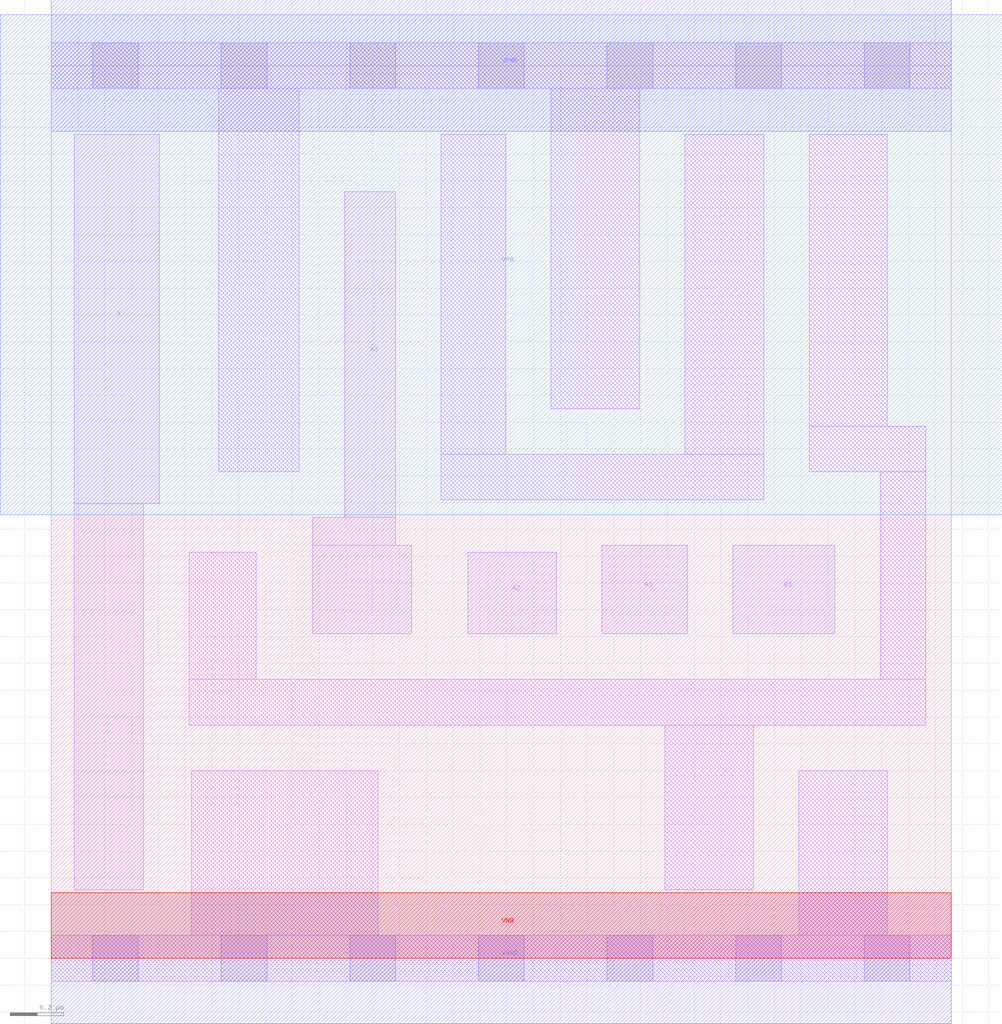
<source format=lef>
# Copyright 2020 The SkyWater PDK Authors
#
# Licensed under the Apache License, Version 2.0 (the "License");
# you may not use this file except in compliance with the License.
# You may obtain a copy of the License at
#
#     https://www.apache.org/licenses/LICENSE-2.0
#
# Unless required by applicable law or agreed to in writing, software
# distributed under the License is distributed on an "AS IS" BASIS,
# WITHOUT WARRANTIES OR CONDITIONS OF ANY KIND, either express or implied.
# See the License for the specific language governing permissions and
# limitations under the License.
#
# SPDX-License-Identifier: Apache-2.0

VERSION 5.7 ;
  NOWIREEXTENSIONATPIN ON ;
  DIVIDERCHAR "/" ;
  BUSBITCHARS "[]" ;
MACRO sky130_fd_sc_lp__a31o_1
  CLASS CORE ;
  FOREIGN sky130_fd_sc_lp__a31o_1 ;
  ORIGIN  0.000000  0.000000 ;
  SIZE  3.360000 BY  3.330000 ;
  SYMMETRY X Y R90 ;
  SITE unit ;
  PIN A1
    ANTENNAGATEAREA  0.315000 ;
    DIRECTION INPUT ;
    USE SIGNAL ;
    PORT
      LAYER li1 ;
        RECT 2.055000 1.210000 2.375000 1.540000 ;
    END
  END A1
  PIN A2
    ANTENNAGATEAREA  0.315000 ;
    DIRECTION INPUT ;
    USE SIGNAL ;
    PORT
      LAYER li1 ;
        RECT 1.555000 1.210000 1.885000 1.515000 ;
    END
  END A2
  PIN A3
    ANTENNAGATEAREA  0.315000 ;
    DIRECTION INPUT ;
    USE SIGNAL ;
    PORT
      LAYER li1 ;
        RECT 0.975000 1.210000 1.345000 1.540000 ;
        RECT 0.975000 1.540000 1.285000 1.645000 ;
        RECT 1.095000 1.645000 1.285000 2.860000 ;
    END
  END A3
  PIN B1
    ANTENNAGATEAREA  0.315000 ;
    DIRECTION INPUT ;
    USE SIGNAL ;
    PORT
      LAYER li1 ;
        RECT 2.545000 1.210000 2.925000 1.540000 ;
    END
  END B1
  PIN X
    ANTENNADIFFAREA  0.556500 ;
    DIRECTION OUTPUT ;
    USE SIGNAL ;
    PORT
      LAYER li1 ;
        RECT 0.085000 0.255000 0.345000 1.695000 ;
        RECT 0.085000 1.695000 0.405000 3.075000 ;
    END
  END X
  PIN VGND
    DIRECTION INOUT ;
    USE GROUND ;
    PORT
      LAYER met1 ;
        RECT 0.000000 -0.245000 3.360000 0.245000 ;
    END
  END VGND
  PIN VNB
    DIRECTION INOUT ;
    USE GROUND ;
    PORT
      LAYER pwell ;
        RECT 0.000000 0.000000 3.360000 0.245000 ;
    END
  END VNB
  PIN VPB
    DIRECTION INOUT ;
    USE POWER ;
    PORT
      LAYER nwell ;
        RECT -0.190000 1.655000 3.550000 3.520000 ;
    END
  END VPB
  PIN VPWR
    DIRECTION INOUT ;
    USE POWER ;
    PORT
      LAYER met1 ;
        RECT 0.000000 3.085000 3.360000 3.575000 ;
    END
  END VPWR
  OBS
    LAYER li1 ;
      RECT 0.000000 -0.085000 3.360000 0.085000 ;
      RECT 0.000000  3.245000 3.360000 3.415000 ;
      RECT 0.515000  0.870000 3.265000 1.040000 ;
      RECT 0.515000  1.040000 0.765000 1.515000 ;
      RECT 0.525000  0.085000 1.220000 0.700000 ;
      RECT 0.625000  1.815000 0.925000 3.245000 ;
      RECT 1.455000  1.710000 2.660000 1.880000 ;
      RECT 1.455000  1.880000 1.695000 3.075000 ;
      RECT 1.865000  2.050000 2.195000 3.245000 ;
      RECT 2.290000  0.255000 2.620000 0.870000 ;
      RECT 2.365000  1.880000 2.660000 3.075000 ;
      RECT 2.790000  0.085000 3.120000 0.700000 ;
      RECT 2.830000  1.815000 3.265000 1.985000 ;
      RECT 2.830000  1.985000 3.120000 3.075000 ;
      RECT 3.095000  1.040000 3.265000 1.815000 ;
    LAYER mcon ;
      RECT 0.155000 -0.085000 0.325000 0.085000 ;
      RECT 0.155000  3.245000 0.325000 3.415000 ;
      RECT 0.635000 -0.085000 0.805000 0.085000 ;
      RECT 0.635000  3.245000 0.805000 3.415000 ;
      RECT 1.115000 -0.085000 1.285000 0.085000 ;
      RECT 1.115000  3.245000 1.285000 3.415000 ;
      RECT 1.595000 -0.085000 1.765000 0.085000 ;
      RECT 1.595000  3.245000 1.765000 3.415000 ;
      RECT 2.075000 -0.085000 2.245000 0.085000 ;
      RECT 2.075000  3.245000 2.245000 3.415000 ;
      RECT 2.555000 -0.085000 2.725000 0.085000 ;
      RECT 2.555000  3.245000 2.725000 3.415000 ;
      RECT 3.035000 -0.085000 3.205000 0.085000 ;
      RECT 3.035000  3.245000 3.205000 3.415000 ;
  END
END sky130_fd_sc_lp__a31o_1
END LIBRARY

</source>
